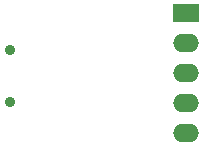
<source format=gbr>
G04 #@! TF.FileFunction,Soldermask,Bot*
%FSLAX46Y46*%
G04 Gerber Fmt 4.6, Leading zero omitted, Abs format (unit mm)*
G04 Created by KiCad (PCBNEW (2015-02-03 BZR 5404)-product) date 2016-5-14 22:59:47*
%MOMM*%
G01*
G04 APERTURE LIST*
%ADD10C,0.150000*%
%ADD11R,2.199640X1.524000*%
%ADD12O,2.199640X1.524000*%
%ADD13C,0.899160*%
G04 APERTURE END LIST*
D10*
D11*
X207772000Y-145542000D03*
D12*
X207772000Y-148082000D03*
X207772000Y-150622000D03*
X207772000Y-153162000D03*
X207772000Y-155702000D03*
D13*
X192887600Y-148678900D03*
X192887600Y-153075640D03*
M02*

</source>
